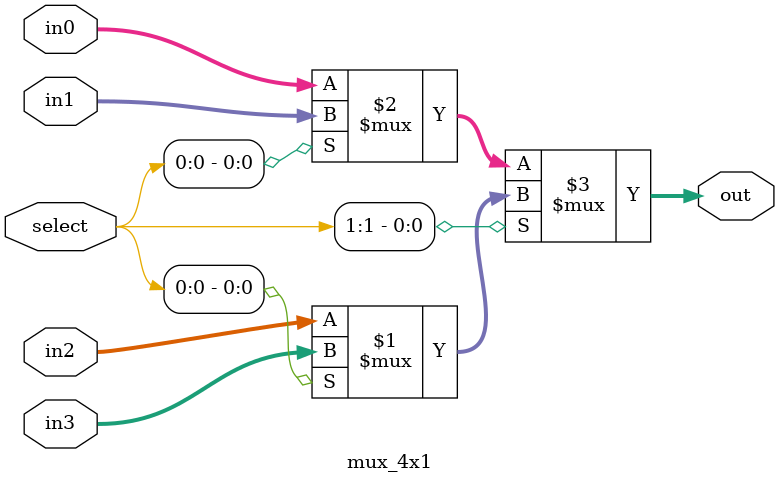
<source format=v>
module mux_4x1
	#(
		parameter LENGTH = 16
	)
	(
		input[1:0] select,
		input [LENGTH-1:0] in0, in1, in2, in3,
		output [LENGTH-1:0] out
	);

	assign out = select[1] ? (select[0] ? in3 : in2) : (select[0] ? in1 : in0);
endmodule

</source>
